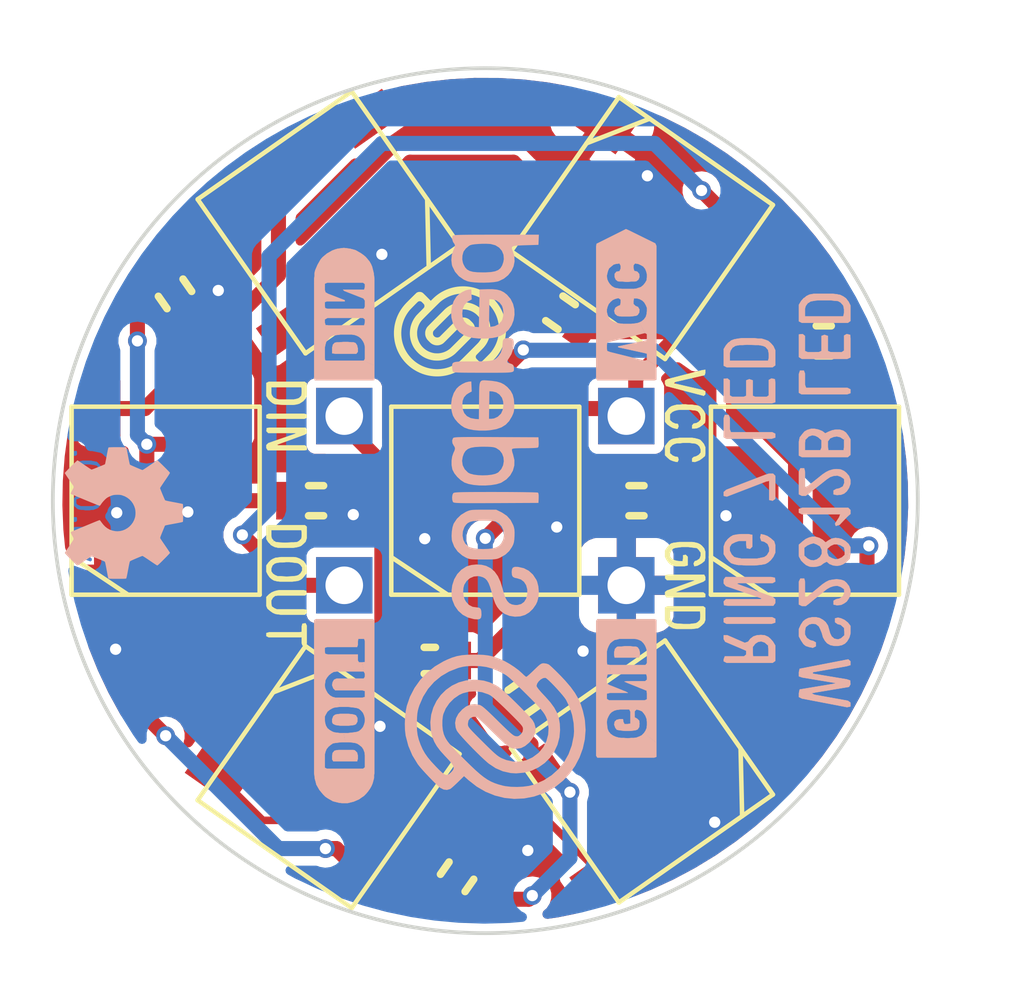
<source format=kicad_pcb>
(kicad_pcb (version 20210623) (generator pcbnew)
  (title_block (title "Smart LED WS2812B Ring7") (date "2021-07-26") (rev "V1.0.0.") (company "SOLDERED") (comment 1 "333055"))
  (layers (0 "F.Cu" signal) (31 "B.Cu" signal) (34 "B.Paste" user) (35 "F.Paste" user) (36 "B.SilkS" user "B.Silkscreen") (37 "F.SilkS" user "F.Silkscreen") (38 "B.Mask" user) (39 "F.Mask" user) (44 "Edge.Cuts" user))
  (net 0 "")
  (net 1 "VCC")
  (net 2 "GND")
  (net 3 "Net-(LED1-Pad2)")
  (net 4 "Net-(LED2-Pad2)")
  (net 5 "Net-(LED3-Pad2)")
  (net 6 "Net-(LED4-Pad2)")
  (net 7 "Net-(LED5-Pad2)")
  (net 8 "Net-(LED6-Pad2)")
  (net 9 "Net-(LED7-Pad2)")
  (net 10 "Net-(LED1-Pad4)")
  (net 11 "Net-(PAD2-Pad1)")
  (footprint "Soldered Graphics:Logo-Back-SolderedFULL-15mm" (layer "F.Cu") (at 111.76 108.93 -90)
    (fp_text reference "REF**" hide)
    (fp_text value "Logo-Front-SolderedFULL-15mm" hide)
  )
  (footprint "Soldered Graphics:Logo-Back-OSH-3.5mm" (layer "F.Cu") (at 101.89 108.83 -90)
    (fp_text reference "G***" hide)
    (fp_text value "LOGO" hide)
  )
  (footprint "e-radionica.com footprinti:WS2812B LED" (layer "F.Cu") (at 115.666666 101.25 145)
    (fp_text reference "LED7")
    (fp_text value "WS2812B")
    (pad "1" smd rect (at -2.45 -1.65 145) (size 1.5 0.9) (layers "F.Cu" "F.Paste" "F.Mask") (net 1 "VCC"))
    (pad "2" smd rect (at -2.45 1.65 145) (size 1.5 0.9) (layers "F.Cu" "F.Paste" "F.Mask") (net 9 "Net-(LED7-Pad2)"))
    (pad "3" smd rect (at 2.45 1.65 145) (size 1.5 0.9) (layers "F.Cu" "F.Paste" "F.Mask") (net 2 "GND"))
    (pad "4" smd rect (at 2.45 -1.65 145) (size 1.5 0.9) (layers "F.Cu" "F.Paste" "F.Mask") (net 8 "Net-(LED6-Pad2)"))
  )
  (footprint "e-radionica.com footprinti:0603C" (layer "F.Cu") (at 107 108.5)
    (fp_text reference "C5")
    (fp_text value "100n")
    (pad "1" smd rect locked (at -0.73 0) (size 0.66 1) (layers "F.Cu" "F.Paste" "F.Mask") (net 1 "VCC"))
    (pad "2" smd rect locked (at 0.73 0) (size 0.66 1) (layers "F.Cu" "F.Paste" "F.Mask") (net 2 "GND"))
  )
  (footprint "e-radionica.com footprinti:0603C" (layer "F.Cu") (at 103.25 103 -55)
    (fp_text reference "C6")
    (fp_text value "100n")
    (pad "1" smd rect locked (at -0.73 0 305) (size 0.66 1) (layers "F.Cu" "F.Paste" "F.Mask") (net 1 "VCC"))
    (pad "2" smd rect locked (at 0.73 0 305) (size 0.66 1) (layers "F.Cu" "F.Paste" "F.Mask") (net 2 "GND"))
  )
  (footprint "e-radionica.com footprinti:WS2812B LED" (layer "F.Cu") (at 115.66666 115.7 35)
    (fp_text reference "LED3")
    (fp_text value "WS2812B")
    (pad "1" smd rect (at -2.45 -1.65 35) (size 1.5 0.9) (layers "F.Cu" "F.Paste" "F.Mask") (net 1 "VCC"))
    (pad "2" smd rect (at -2.45 1.65 35) (size 1.5 0.9) (layers "F.Cu" "F.Paste" "F.Mask") (net 5 "Net-(LED3-Pad2)"))
    (pad "3" smd rect (at 2.45 1.65 35) (size 1.5 0.9) (layers "F.Cu" "F.Paste" "F.Mask") (net 2 "GND"))
    (pad "4" smd rect (at 2.45 -1.65 35) (size 1.5 0.9) (layers "F.Cu" "F.Paste" "F.Mask") (net 4 "Net-(LED2-Pad2)"))
  )
  (footprint "e-radionica.com footprinti:0603C" (layer "F.Cu") (at 120.5 104.25 180)
    (fp_text reference "C2")
    (fp_text value "100n")
    (pad "1" smd rect locked (at -0.73 0 180) (size 0.66 1) (layers "F.Cu" "F.Paste" "F.Mask") (net 1 "VCC"))
    (pad "2" smd rect locked (at 0.73 0 180) (size 0.66 1) (layers "F.Cu" "F.Paste" "F.Mask") (net 2 "GND"))
  )
  (footprint "e-radionica.com footprinti:FIDUCIAL_23" (layer "F.Cu") (at 115.66666 115.7 -90)
    (fp_text reference "FD1")
    (fp_text value "FIDUCIAL")
    (fp_circle (center 0 0) (end 1 0) (layer "F.Cu") (width 0.2) (fill none))
    (pad "1" smd circle (at 0 0 270) (size 1 1) (layers "F.Cu" "F.Paste" "F.Mask") (clearance 1.1))
  )
  (footprint "e-radionica.com footprinti:PAD_2x1.5" (layer "F.Cu") (at 115.5 110.75 -90)
    (fp_text reference "PAD4")
    (fp_text value "PAD_2x1.5")
    (pad "1" smd rect (at 0 0.25 270) (size 1.5 1.5) (layers "F.Cu" "F.Paste" "F.Mask") (net 2 "GND"))
  )
  (footprint "Soldered Graphics:Logo-Front-Soldered-3mm" (layer "F.Cu") (at 110.56 104 -90)
    (fp_text reference "G***" hide)
    (fp_text value "LOGO" hide)
  )
  (footprint "e-radionica.com footprinti:WS2812B LED" (layer "F.Cu") (at 120 108.5 -90)
    (fp_text reference "LED2")
    (fp_text value "WS2812B")
    (pad "1" smd rect (at -2.45 -1.65 270) (size 1.5 0.9) (layers "F.Cu" "F.Paste" "F.Mask") (net 1 "VCC"))
    (pad "2" smd rect (at -2.45 1.65 270) (size 1.5 0.9) (layers "F.Cu" "F.Paste" "F.Mask") (net 4 "Net-(LED2-Pad2)"))
    (pad "3" smd rect (at 2.45 1.65 270) (size 1.5 0.9) (layers "F.Cu" "F.Paste" "F.Mask") (net 2 "GND"))
    (pad "4" smd rect (at 2.45 -1.65 270) (size 1.5 0.9) (layers "F.Cu" "F.Paste" "F.Mask") (net 3 "Net-(LED1-Pad2)"))
  )
  (footprint "buzzardLabel" (layer "F.Cu") (at 116.8 106.25 -90)
    (fp_text reference "" (at 0 0 90) (layer "F.SilkS") (effects (font (size 1.27 1.27))))
    (fp_text value "" (at 0 0 90) (layer "F.SilkS") (effects (font (size 1.27 1.27))))
  )
  (footprint "e-radionica.com footprinti:PAD_2x1.5" (layer "F.Cu") (at 107.5 110.75 -90)
    (fp_text reference "PAD5")
    (fp_text value "PAD_2x1.5")
    (pad "1" smd rect (at 0 -0.25 270) (size 1.5 1.5) (layers "F.Cu" "F.Paste" "F.Mask") (net 9 "Net-(LED7-Pad2)"))
  )
  (footprint "e-radionica.com footprinti:PAD_2x1.5" (layer "F.Cu") (at 107.5 106.25 -90)
    (fp_text reference "PAD2")
    (fp_text value "PAD_2x1.5")
    (pad "1" smd rect (at 0 -0.25 270) (size 1.5 1.5) (layers "F.Cu" "F.Paste" "F.Mask") (net 11 "Net-(PAD2-Pad1)"))
  )
  (footprint "buzzardLabel" (layer "F.Cu") (at 106.2 110.75 -90)
    (fp_text reference "" (at 0 0 90) (layer "F.SilkS") (effects (font (size 1.27 1.27))))
    (fp_text value "" (at 0 0 90) (layer "F.SilkS") (effects (font (size 1.27 1.27))))
  )
  (footprint "e-radionica.com footprinti:0603C" (layer "F.Cu") (at 110.75 118.5 55)
    (fp_text reference "C4")
    (fp_text value "100n")
    (pad "1" smd rect locked (at -0.73 0 55) (size 0.66 1) (layers "F.Cu" "F.Paste" "F.Mask") (net 1 "VCC"))
    (pad "2" smd rect locked (at 0.73 0 55) (size 0.66 1) (layers "F.Cu" "F.Paste" "F.Mask") (net 2 "GND"))
  )
  (footprint "buzzardLabel" (layer "F.Cu") (at 116.8 110.75 -90)
    (fp_text reference "" (at 0 0 90) (layer "F.SilkS") (effects (font (size 1.27 1.27))))
    (fp_text value "" (at 0 0 90) (layer "F.SilkS") (effects (font (size 1.27 1.27))))
  )
  (footprint "e-radionica.com footprinti:WS2812B LED" (layer "F.Cu") (at 111.5 108.5 -90)
    (fp_text reference "LED1")
    (fp_text value "WS2812B")
    (pad "1" smd rect (at -2.45 -1.65 270) (size 1.5 0.9) (layers "F.Cu" "F.Paste" "F.Mask") (net 1 "VCC"))
    (pad "2" smd rect (at -2.45 1.65 270) (size 1.5 0.9) (layers "F.Cu" "F.Paste" "F.Mask") (net 3 "Net-(LED1-Pad2)"))
    (pad "3" smd rect (at 2.45 1.65 270) (size 1.5 0.9) (layers "F.Cu" "F.Paste" "F.Mask") (net 2 "GND"))
    (pad "4" smd rect (at 2.45 -1.65 270) (size 1.5 0.9) (layers "F.Cu" "F.Paste" "F.Mask") (net 10 "Net-(LED1-Pad4)"))
  )
  (footprint "e-radionica.com footprinti:0603C" (layer "F.Cu") (at 112.5 113.75 35)
    (fp_text reference "C3")
    (fp_text value "100n")
    (pad "1" smd rect locked (at -0.73 0 35) (size 0.66 1) (layers "F.Cu" "F.Paste" "F.Mask") (net 1 "VCC"))
    (pad "2" smd rect locked (at 0.73 0 35) (size 0.66 1) (layers "F.Cu" "F.Paste" "F.Mask") (net 2 "GND"))
  )
  (footprint "e-radionica.com footprinti:0603C" (layer "F.Cu") (at 113.5 103.5 145)
    (fp_text reference "C7")
    (fp_text value "100n")
    (pad "1" smd rect locked (at -0.73 0 145) (size 0.66 1) (layers "F.Cu" "F.Paste" "F.Mask") (net 1 "VCC"))
    (pad "2" smd rect locked (at 0.73 0 145) (size 0.66 1) (layers "F.Cu" "F.Paste" "F.Mask") (net 2 "GND"))
  )
  (footprint "e-radionica.com footprinti:0603C" (layer "F.Cu") (at 115.52 108.5)
    (fp_text reference "C1")
    (fp_text value "100n")
    (pad "1" smd rect locked (at -0.73 0) (size 0.66 1) (layers "F.Cu" "F.Paste" "F.Mask") (net 1 "VCC"))
    (pad "2" smd rect locked (at 0.73 0) (size 0.66 1) (layers "F.Cu" "F.Paste" "F.Mask") (net 2 "GND"))
  )
  (footprint "e-radionica.com footprinti:WS2812B LED" (layer "F.Cu") (at 107.33333 101.1 35)
    (fp_text reference "LED6")
    (fp_text value "WS2812B")
    (pad "1" smd rect (at -2.45 -1.65 35) (size 1.5 0.9) (layers "F.Cu" "F.Paste" "F.Mask") (net 1 "VCC"))
    (pad "2" smd rect (at -2.45 1.65 35) (size 1.5 0.9) (layers "F.Cu" "F.Paste" "F.Mask") (net 8 "Net-(LED6-Pad2)"))
    (pad "3" smd rect (at 2.45 1.65 35) (size 1.5 0.9) (layers "F.Cu" "F.Paste" "F.Mask") (net 2 "GND"))
    (pad "4" smd rect (at 2.45 -1.65 35) (size 1.5 0.9) (layers "F.Cu" "F.Paste" "F.Mask") (net 7 "Net-(LED5-Pad2)"))
  )
  (footprint "e-radionica.com footprinti:0603R" (layer "F.Cu") (at 110.025 112.75 180)
    (fp_text reference "R1")
    (fp_text value "100")
    (pad "1" smd rect locked (at -0.775 0 270) (size 1 0.64) (layers "F.Cu" "F.Paste" "F.Mask") (net 10 "Net-(LED1-Pad4)"))
    (pad "2" smd rect locked (at 0.775 0 270) (size 1 0.64) (layers "F.Cu" "F.Paste" "F.Mask") (net 11 "Net-(PAD2-Pad1)"))
  )
  (footprint "e-radionica.com footprinti:WS2812B LED" (layer "F.Cu") (at 103 108.5 -90)
    (fp_text reference "LED5")
    (fp_text value "WS2812B")
    (pad "1" smd rect (at -2.45 -1.65 270) (size 1.5 0.9) (layers "F.Cu" "F.Paste" "F.Mask") (net 1 "VCC"))
    (pad "2" smd rect (at -2.45 1.65 270) (size 1.5 0.9) (layers "F.Cu" "F.Paste" "F.Mask") (net 7 "Net-(LED5-Pad2)"))
    (pad "3" smd rect (at 2.45 1.65 270) (size 1.5 0.9) (layers "F.Cu" "F.Paste" "F.Mask") (net 2 "GND"))
    (pad "4" smd rect (at 2.45 -1.65 270) (size 1.5 0.9) (layers "F.Cu" "F.Paste" "F.Mask") (net 6 "Net-(LED4-Pad2)"))
  )
  (footprint "buzzardLabel" (layer "F.Cu") (at 106.2 106.25 -90)
    (fp_text reference "" (at 0 0 90) (layer "F.SilkS") (effects (font (size 1.27 1.27))))
    (fp_text value "" (at 0 0 90) (layer "F.SilkS") (effects (font (size 1.27 1.27))))
  )
  (footprint "e-radionica.com footprinti:PAD_2x1.5" (layer "F.Cu") (at 115.5 106.25 -90)
    (fp_text reference "PAD3")
    (fp_text value "PAD_2x1.5")
    (pad "1" smd rect (at 0 0.25 270) (size 1.5 1.5) (layers "F.Cu" "F.Paste" "F.Mask") (net 1 "VCC"))
  )
  (footprint "e-radionica.com footprinti:WS2812B LED" (layer "F.Cu") (at 107.333333 115.85 145)
    (fp_text reference "LED4")
    (fp_text value "WS2812B")
    (pad "1" smd rect (at -2.45 -1.65 145) (size 1.5 0.9) (layers "F.Cu" "F.Paste" "F.Mask") (net 1 "VCC"))
    (pad "2" smd rect (at -2.45 1.65 145) (size 1.5 0.9) (layers "F.Cu" "F.Paste" "F.Mask") (net 6 "Net-(LED4-Pad2)"))
    (pad "3" smd rect (at 2.45 1.65 145) (size 1.5 0.9) (layers "F.Cu" "F.Paste" "F.Mask") (net 2 "GND"))
    (pad "4" smd rect (at 2.45 -1.65 145) (size 1.5 0.9) (layers "F.Cu" "F.Paste" "F.Mask") (net 5 "Net-(LED3-Pad2)"))
  )
  (footprint "e-radionica.com footprinti:PAD_2x1.5" (layer "B.Cu") (at 115.5 110.75 90)
    (fp_text reference "PAD1")
    (fp_text value "PAD_2x1.5")
    (pad "1" smd rect (at 0 -0.25 90) (size 1.5 1.5) (layers "B.Cu" "B.Paste" "B.Mask") (net 2 "GND"))
  )
  (footprint "Soldered Graphics:Version1.0.0." (layer "B.Cu") (at 100.9 108.6 90)
    (fp_text reference "Ref**" hide)
    (fp_text value "Val**" hide)
    (fp_poly (pts (xy 0.06 -0.35) (xy 0.11 -0.35) (xy 0.17 -0.33) (xy 0.13 -0.28) (xy 0.03 -0.28) (xy -0.01 -0.25) (xy -0.03 -0.2) (xy -0.05 -0.15) (xy -0.05 -0.11) (xy -0.05 0.01) (xy -0.05 0.13) (xy -0.05 0.17) (xy -0.03 0.22) (xy -0.01 0.27) (xy 0.02 0.3) (xy 0.13 0.3) (xy 0.16 0.26) (xy 0.18 0.21) (xy 0.18 0.15) (xy 0.19 0.05) (xy 0.19 -0.08) (xy 0.19 -0.12) (xy 0.18 -0.17) (xy 0.16 -0.22) (xy 0.14 -0.27) (xy 0.14 -0.28) (xy 0.17 -0.32) (xy 0.21 -0.29) (xy 0.24 -0.26) (xy 0.26 -0.22) (xy 0.27 -0.16) (xy 0.28 -0.11) (xy 0.28 -0.06) (xy 0.28 0.06) (xy 0.28 0.12) (xy 0.27 0.17) (xy 0.26 0.22) (xy 0.25 0.27) (xy 0.22 0.3) (xy 0.19 0.34) (xy 0.13 0.37) (xy 0.08 0.38) (xy 0.02 0.38) (xy -0.03 0.35) (xy -0.08 0.31) (xy -0.1 0.28) (xy -0.12 0.23) (xy -0.14 0.18) (xy -0.14 0.13) (xy -0.15 0.08) (xy -0.15 -0.04) (xy -0.14 -0.1) (xy -0.14 -0.14) (xy -0.13 -0.2) (xy -0.11 -0.25) (xy -0.08 -0.28) (xy -0.05 -0.32) (xy 0.01 -0.35) (xy 0.06 -0.35)) (layer "B.Cu") (width 0.01) (fill solid))
    (fp_poly (pts (xy -0.44 -0.38) (xy -0.39 -0.38) (xy -0.34 -0.37) (xy -0.34 -0.33) (xy -0.34 -0.27) (xy -0.38 -0.26) (xy -0.43 -0.26) (xy -0.46 -0.29) (xy -0.46 -0.34) (xy -0.44 -0.38)) (layer "B.Cu") (width 0.01) (fill solid))
    (fp_poly (pts (xy 0.93 -0.35) (xy 0.99 -0.35) (xy 1.04 -0.33) (xy 1.01 -0.28) (xy 0.91 -0.28) (xy 0.87 -0.25) (xy 0.85 -0.2) (xy 0.83 -0.15) (xy 0.83 -0.11) (xy 0.82 0.01) (xy 0.83 0.13) (xy 0.83 0.17) (xy 0.84 0.22) (xy 0.87 0.27) (xy 0.9 0.3) (xy 1.01 0.3) (xy 1.04 0.26) (xy 1.05 0.21) (xy 1.06 0.15) (xy 1.07 0.05) (xy 1.07 -0.08) (xy 1.06 -0.12) (xy 1.06 -0.17) (xy 1.04 -0.22) (xy 1.02 -0.27) (xy 1.01 -0.28) (xy 1.05 -0.32) (xy 1.09 -0.29) (xy 1.12 -0.26) (xy 1.14 -0.22) (xy 1.15 -0.16) (xy 1.16 -0.11) (xy 1.16 -0.06) (xy 1.16 0.06) (xy 1.16 0.12) (xy 1.15 0.17) (xy 1.14 0.22) (xy 1.13 0.27) (xy 1.1 0.3) (xy 1.06 0.34) (xy 1.01 0.37) (xy 0.95 0.38) (xy 0.9 0.38) (xy 0.84 0.35) (xy 0.8 0.31) (xy 0.78 0.28) (xy 0.75 0.23) (xy 0.74 0.18) (xy 0.74 0.13) (xy 0.73 0.08) (xy 0.73 -0.04) (xy 0.73 -0.1) (xy 0.74 -0.14) (xy 0.75 -0.2) (xy 0.77 -0.25) (xy 0.79 -0.28) (xy 0.83 -0.32) (xy 0.89 -0.35) (xy 0.93 -0.35)) (layer "B.Cu") (width 0.01) (fill solid))
    (fp_poly (pts (xy 1.31 -0.38) (xy 1.36 -0.38) (xy 1.41 -0.37) (xy 1.42 -0.33) (xy 1.42 -0.27) (xy 1.38 -0.26) (xy 1.33 -0.26) (xy 1.3 -0.29) (xy 1.3 -0.34) (xy 1.31 -0.38)) (layer "B.Cu") (width 0.01) (fill solid))
    (fp_poly (pts (xy 0.43 -0.38) (xy 0.48 -0.38) (xy 0.54 -0.37) (xy 0.54 -0.33) (xy 0.54 -0.27) (xy 0.5 -0.26) (xy 0.45 -0.26) (xy 0.42 -0.29) (xy 0.42 -0.34) (xy 0.43 -0.38)) (layer "B.Cu") (width 0.01) (fill solid))
    (fp_poly (pts (xy -1.33 -0.35) (xy -1.27 -0.35) (xy -1.25 -0.31) (xy -1.09 0.1) (xy -1.11 0.13) (xy -1.16 0.13) (xy -1.19 0.1) (xy -1.28 -0.16) (xy -1.3 -0.21) (xy -1.32 -0.17) (xy -1.41 0.09) (xy -1.44 0.13) (xy -1.49 0.13) (xy -1.51 0.1) (xy -1.36 -0.31) (xy -1.33 -0.35)) (layer "B.Cu") (width 0.01) (fill solid))
    (fp_poly (pts (xy -0.67 -0.35) (xy -0.62 -0.35) (xy -0.6 -0.31) (xy -0.6 0.35) (xy -0.64 0.38) (xy -0.69 0.38) (xy -0.73 0.34) (xy -0.84 0.22) (xy -0.86 0.17) (xy -0.83 0.16) (xy -0.73 0.22) (xy -0.69 0.23) (xy -0.69 -0.31) (xy -0.67 -0.35)) (layer "B.Cu") (width 0.01) (fill solid))
  )
  (footprint "e-radionica.com footprinti:PAD_2x1.5" (layer "B.Cu") (at 107.75 106.25 90)
    (fp_text reference "PAD7")
    (fp_text value "PAD_2x1.5")
    (pad "1" smd rect (at 0 0 90) (size 1.5 1.5) (layers "B.Cu" "B.Paste" "B.Mask") (net 11 "Net-(PAD2-Pad1)"))
  )
  (footprint "buzzardLabel" (layer "B.Cu") (at 107.75 105.7 90)
    (fp_text reference "" (at 0 0 90) (layer "B.SilkS") (effects (font (size 1.27 1.27)) (justify mirror)))
    (fp_text value "" (at 0 0 90) (layer "B.SilkS") (effects (font (size 1.27 1.27)) (justify mirror)))
  )
  (footprint "e-radionica.com footprinti:PAD_2x1.5" (layer "B.Cu") (at 107.5 110.75 90)
    (fp_text reference "PAD8")
    (fp_text value "PAD_2x1.5")
    (pad "1" smd rect (at 0 0.25 90) (size 1.5 1.5) (layers "B.Cu" "B.Paste" "B.Mask") (net 9 "Net-(LED7-Pad2)"))
  )
  (footprint "buzzardLabel" (layer "B.Cu") (at 115.25 105.7 90)
    (fp_text reference "" (at 0 0 90) (layer "B.SilkS") (effects (font (size 1.27 1.27)) (justify mirror)))
    (fp_text value "" (at 0 0 90) (layer "B.SilkS") (effects (font (size 1.27 1.27)) (justify mirror)))
  )
  (footprint "buzzardLabel" (layer "B.Cu") (at 120.5 108.5 90)
    (fp_text reference "" (at 0 0 90) (layer "B.SilkS") (effects (font (size 1.27 1.27)) (justify mirror)))
    (fp_text value "" (at 0 0 90) (layer "B.SilkS") (effects (font (size 1.27 1.27)) (justify mirror)))
  )
  (footprint "buzzardLabel" (layer "B.Cu") (at 107.75 111.25 90)
    (fp_text reference "" (at 0 0 90) (layer "B.SilkS") (effects (font (size 1.27 1.27)) (justify mirror)))
    (fp_text value "" (at 0 0 90) (layer "B.SilkS") (effects (font (size 1.27 1.27)) (justify mirror)))
  )
  (footprint "buzzardLabel" (layer "B.Cu") (at 115.25 111.25 90)
    (fp_text reference "" (at 0 0 90) (layer "B.SilkS") (effects (font (size 1.27 1.27)) (justify mirror)))
    (fp_text value "" (at 0 0 90) (layer "B.SilkS") (effects (font (size 1.27 1.27)) (justify mirror)))
  )
  (footprint "e-radionica.com footprinti:PAD_2x1.5" (layer "B.Cu") (at 115.5 106.25 90)
    (fp_text reference "PAD6")
    (fp_text value "PAD_2x1.5")
    (pad "1" smd rect (at 0 -0.25 90) (size 1.5 1.5) (layers "B.Cu" "B.Paste" "B.Mask") (net 1 "VCC"))
  )
  (footprint "buzzardLabel" (layer "B.Cu") (at 118.5 108.5 90)
    (fp_text reference "" (at 0 0 90) (layer "B.SilkS") (effects (font (size 1.27 1.27)) (justify mirror)))
    (fp_text value "" (at 0 0 90) (layer "B.SilkS") (effects (font (size 1.27 1.27)) (justify mirror)))
  )
  (gr_circle (center 111.5 108.5) (end 111.5 120) (layer "Edge.Cuts") (width 0.1) (fill none))
  (segment (start 114.79 108.5) (end 114.25 108.5) (width 0.4) (layer "F.Cu") (net 1))
  (segment (start 112.713336 115.753661) (end 112.713336 114.980028) (width 0.4) (layer "F.Cu") (net 1))
  (segment (start 108.393854 118.606863) (end 109.840171 118.606863) (width 0.4) (layer "F.Cu") (net 1))
  (segment (start 121.65 104.67) (end 121.23 104.25) (width 0.4) (layer "F.Cu") (net 1))
  (segment (start 102.25 102.983308) (end 102.25 104.25) (width 0.4) (layer "F.Cu") (net 1))
  (segment (start 120.5 102.75) (end 121.23 103.48) (width 0.4) (layer "F.Cu") (net 1))
  (segment (start 110.331289 119.097981) (end 112.652019 119.097981) (width 0.4) (layer "F.Cu") (net 1))
  (segment (start 109.840171 118.606863) (end 110.331289 119.097981) (width 0.4) (layer "F.Cu") (net 1))
  (segment (start 114.125 108.375) (end 113.15 107.4) (width 0.4) (layer "F.Cu") (net 1))
  (segment (start 115.3 106.05) (end 115.5 106.25) (width 0.4) (layer "F.Cu") (net 1))
  (segment (start 115.5 106.25) (end 115.5 105.23405) (width 0.4) (layer "F.Cu") (net 1))
  (segment (start 102.5 107) (end 103.7 107) (width 0.4) (layer "F.Cu") (net 1))
  (segment (start 119.25 102.75) (end 120.5 102.75) (width 0.4) (layer "F.Cu") (net 1))
  (segment (start 121.23 103.48) (end 121.23 104.25) (width 0.4) (layer "F.Cu") (net 1))
  (segment (start 112.625 108.375) (end 111.5 109.5) (width 0.4) (layer "F.Cu") (net 1))
  (segment (start 114.125 108.375) (end 112.625 108.375) (width 0.4) (layer "F.Cu") (net 1))
  (segment (start 104.380006 101.153661) (end 104.079647 101.153661) (width 0.4) (layer "F.Cu") (net 1))
  (segment (start 114.186133 104.006863) (end 114.097981 103.918711) (width 0.4) (layer "F.Cu") (net 1))
  (segment (start 113.253661 115.753661) (end 113.75 116.25) (width 0.4) (layer "F.Cu") (net 1))
  (segment (start 103.7 107) (end 104.65 106.05) (width 0.4) (layer "F.Cu") (net 1))
  (segment (start 112.713336 115.753661) (end 113.253661 115.753661) (width 0.4) (layer "F.Cu") (net 1))
  (segment (start 102.831289 102.402019) (end 102.25 102.983308) (width 0.4) (layer "F.Cu") (net 1))
  (segment (start 121.65 106.05) (end 121.65 104.67) (width 0.4) (layer "F.Cu") (net 1))
  (segment (start 114.25 108.5) (end 114.125 108.375) (width 0.4) (layer "F.Cu") (net 1))
  (segment (start 117.993137 104.006863) (end 119.25 102.75) (width 0.4) (layer "F.Cu") (net 1))
  (segment (start 105 108.5) (end 106.27 108.5) (width 0.4) (layer "F.Cu") (net 1))
  (segment (start 113.15 107.4) (end 113.15 106.05) (width 0.4) (layer "F.Cu") (net 1))
  (segment (start 104.079647 101.153661) (end 102.831289 102.402019) (width 0.4) (layer "F.Cu") (net 1))
  (segment (start 116.727187 104.006863) (end 117.993137 104.006863) (width 0.4) (layer "F.Cu") (net 1))
  (segment (start 102.5 107) (end 102.5 114.25) (width 0.4) (layer "F.Cu") (net 1))
  (segment (start 107.536991 117.75) (end 108.393854 118.606863) (width 0.4) (layer "F.Cu") (net 1))
  (segment (start 104.65 106.05) (end 104.65 108.15) (width 0.4) (layer "F.Cu") (net 1))
  (segment (start 107.25 117.75) (end 107.536991 117.75) (width 0.4) (layer "F.Cu") (net 1))
  (segment (start 102.5 114.25) (end 103 114.75) (width 0.4) (layer "F.Cu") (net 1))
  (segment (start 112.652019 119.097981) (end 112.75 119) (width 0.4) (layer "F.Cu") (net 1))
  (segment (start 115.5 105.23405) (end 116.727187 104.006863) (width 0.4) (layer "F.Cu") (net 1))
  (segment (start 116.727187 104.006863) (end 114.186133 104.006863) (width 0.4) (layer "F.Cu") (net 1))
  (segment (start 113.15 106.05) (end 115.3 106.05) (width 0.4) (layer "F.Cu") (net 1))
  (segment (start 112.713336 114.980028) (end 111.902019 114.168711) (width 0.4) (layer "F.Cu") (net 1))
  (segment (start 104.65 108.15) (end 105 108.5) (width 0.4) (layer "F.Cu") (net 1))
  (via (at 103 114.75) (size 0.5) (drill 0.3) (layers "F.Cu" "B.Cu") (net 1))
  (via (at 102.5 107) (size 0.5) (drill 0.3) (layers "F.Cu" "B.Cu") (net 1))
  (via (at 102.25 104.25) (size 0.5) (drill 0.3) (layers "F.Cu" "B.Cu") (net 1))
  (via (at 111.5 109.5) (size 0.5) (drill 0.3) (layers "F.Cu" "B.Cu") (net 1))
  (via (at 107.25 117.75) (size 0.5) (drill 0.3) (layers "F.Cu" "B.Cu") (net 1))
  (via (at 113.75 116.25) (size 0.5) (drill 0.3) (layers "F.Cu" "B.Cu") (net 1))
  (via (at 112.75 119) (size 0.5) (drill 0.3) (layers "F.Cu" "B.Cu") (net 1))
  (via (at 115.25 106.25) (size 1.3) (drill 1) (layers "F.Cu" "B.Cu") (net 1))
  (segment (start 103 114.75) (end 106 117.75) (width 0.4) (layer "B.Cu") (net 1))
  (segment (start 102.25 104.25) (end 102.25 106.75) (width 0.4) (layer "B.Cu") (net 1))
  (segment (start 106 117.75) (end 107.25 117.75) (width 0.4) (layer "B.Cu") (net 1))
  (segment (start 111.5 109.5) (end 111.5 114) (width 0.4) (layer "B.Cu") (net 1))
  (segment (start 112.75 119) (end 113.75 118) (width 0.4) (layer "B.Cu") (net 1))
  (segment (start 102.25 106.75) (end 102.5 107) (width 0.4) (layer "B.Cu") (net 1))
  (segment (start 111.5 114) (end 113.75 116.25) (width 0.4) (layer "B.Cu") (net 1))
  (segment (start 113.75 118) (end 113.75 116.25) (width 0.4) (layer "B.Cu") (net 1))
  (via (at 108.75 101.95) (size 0.5) (drill 0.3) (layers "F.Cu" "B.Cu") (net 2))
  (via (at 115.81 99.86) (size 0.5) (drill 0.3) (layers "F.Cu" "B.Cu") (net 2))
  (via (at 113.4 109.2) (size 0.5) (drill 0.3) (layers "F.Cu" "B.Cu") (net 2))
  (via (at 101.67 112.45) (size 0.5) (drill 0.3) (layers "F.Cu" "B.Cu") (net 2))
  (via (at 117.6 117.05) (size 0.5) (drill 0.3) (layers "F.Cu" "B.Cu") (net 2))
  (via (at 108.7 114.5) (size 0.5) (drill 0.3) (layers "F.Cu" "B.Cu") (net 2))
  (via (at 104.4 102.91) (size 0.5) (drill 0.3) (layers "F.Cu" "B.Cu") (net 2))
  (via (at 107.99 108.87) (size 0.5) (drill 0.3) (layers "F.Cu" "B.Cu") (net 2))
  (via (at 101.7 108.82) (size 0.5) (drill 0.3) (layers "F.Cu" "B.Cu") (net 2))
  (via (at 117.9 108.9) (size 0.5) (drill 0.3) (layers "F.Cu" "B.Cu") (net 2))
  (via (at 109.89 109.51) (size 0.5) (drill 0.3) (layers "F.Cu" "B.Cu") (net 2))
  (via (at 114.1 112.5) (size 0.5) (drill 0.3) (layers "F.Cu" "B.Cu") (net 2))
  (via (at 103.59 108.8) (size 0.5) (drill 0.3) (layers "F.Cu" "B.Cu") (net 2))
  (via (at 115.25 110.75) (size 1.3) (drill 1) (layers "F.Cu" "B.Cu") (net 2))
  (via (at 112.63 117.8) (size 0.5) (drill 0.3) (layers "F.Cu" "B.Cu") (net 2))
  (segment (start 121.65 109.75) (end 121.65 110.95) (width 0.4) (layer "F.Cu") (net 3))
  (segment (start 121.7 109.7) (end 121.65 109.75) (width 0.4) (layer "F.Cu") (net 3))
  (segment (start 112.51 104.49) (end 110.95 106.05) (width 0.4) (layer "F.Cu") (net 3))
  (segment (start 110.95 106.05) (end 109.85 106.05) (width 0.4) (layer "F.Cu") (net 3))
  (via (at 112.51 104.49) (size 0.5) (drill 0.3) (layers "F.Cu" "B.Cu") (net 3))
  (via (at 121.7 109.7) (size 0.5) (drill 0.3) (layers "F.Cu" "B.Cu") (net 3))
  (segment (start 115.96912 104.5) (end 112.52 104.5) (width 0.4) (layer "B.Cu") (net 3))
  (segment (start 121.16912 109.7) (end 115.96912 104.5) (width 0.4) (layer "B.Cu") (net 3))
  (segment (start 112.52 104.5) (end 112.51 104.49) (width 0.4) (layer "B.Cu") (net 3))
  (segment (start 121.7 109.7) (end 121.16912 109.7) (width 0.4) (layer "B.Cu") (net 3))
  (segment (start 116.727181 112.943137) (end 119.306863 112.943137) (width 0.4) (layer "F.Cu") (net 4))
  (segment (start 119.75 107.45) (end 118.35 106.05) (width 0.4) (layer "F.Cu") (net 4))
  (segment (start 119.75 112.5) (end 119.75 107.45) (width 0.4) (layer "F.Cu") (net 4))
  (segment (start 119.306863 112.943137) (end 119.75 112.5) (width 0.4) (layer "F.Cu") (net 4))
  (segment (start 105.58367 117) (end 108.5 117) (width 0.2) (layer "F.Cu") (net 5))
  (segment (start 108.501982 117.001982) (end 113.151258 117.001982) (width 0.2) (layer "F.Cu") (net 5))
  (segment (start 104.380009 115.796339) (end 105.58367 117) (width 0.2) (layer "F.Cu") (net 5))
  (segment (start 108.5 117) (end 108.501982 117.001982) (width 0.2) (layer "F.Cu") (net 5))
  (segment (start 113.151258 117.001982) (end 114.606139 118.456863) (width 0.2) (layer "F.Cu") (net 5))
  (segment (start 110.190318 116) (end 110.286657 115.903661) (width 0.4) (layer "F.Cu") (net 6))
  (segment (start 104.65 110.95) (end 104.65 113.9) (width 0.4) (layer "F.Cu") (net 6))
  (segment (start 104.65 113.9) (end 106.75 116) (width 0.4) (layer "F.Cu") (net 6))
  (segment (start 106.75 116) (end 110.190318 116) (width 0.4) (layer "F.Cu") (net 6))
  (segment (start 108.393851 98.343137) (end 106 100.736988) (width 0.4) (layer "F.Cu") (net 7))
  (segment (start 102.45 106.05) (end 101.35 106.05) (width 0.4) (layer "F.Cu") (net 7))
  (segment (start 106 100.736988) (end 106 102.5) (width 0.4) (layer "F.Cu") (net 7))
  (segment (start 106 102.5) (end 102.45 106.05) (width 0.4) (layer "F.Cu") (net 7))
  (segment (start 106.272809 103.856863) (end 106.643137 103.856863) (width 0.4) (layer "F.Cu") (net 8))
  (segment (start 107 103.5) (end 107 102) (width 0.4) (layer "F.Cu") (net 8))
  (segment (start 107 103.5) (end 107 103.25) (width 0.4) (layer "F.Cu") (net 8))
  (segment (start 107 102) (end 109.5 99.5) (width 0.4) (layer "F.Cu") (net 8))
  (segment (start 109.5 99.5) (end 112.25 99.5) (width 0.4) (layer "F.Cu") (net 8))
  (segment (start 106.643137 103.856863) (end 107 103.5) (width 0.4) (layer "F.Cu") (net 8))
  (segment (start 112.25 99.5) (end 112.713342 99.963342) (width 0.4) (layer "F.Cu") (net 8))
  (segment (start 112.713342 99.963342) (end 112.713342 101.196339) (width 0.4) (layer "F.Cu") (net 8))
  (segment (start 118.303661 101.303661) (end 117.25 100.25) (width 0.4) (layer "F.Cu") (net 9))
  (segment (start 106.38 110.75) (end 107.5 110.75) (width 0.4) (layer "F.Cu") (net 9))
  (segment (start 105.04 109.41) (end 106.38 110.75) (width 0.4) (layer "F.Cu") (net 9))
  (segment (start 118.61999 101.303661) (end 118.303661 101.303661) (width 0.4) (layer "F.Cu") (net 9))
  (via (at 105.04 109.41) (size 0.5) (drill 0.3) (layers "F.Cu" "B.Cu") (net 9))
  (via (at 117.25 100.25) (size 0.5) (drill 0.3) (layers "F.Cu" "B.Cu") (net 9))
  (via (at 107.75 110.75) (size 1.3) (drill 1) (layers "F.Cu" "B.Cu") (net 9))
  (segment (start 116 99) (end 117.25 100.25) (width 0.4) (layer "B.Cu") (net 9))
  (segment (start 105.75 108.7) (end 105.75 102) (width 0.4) (layer "B.Cu") (net 9))
  (segment (start 108.75 99) (end 116 99) (width 0.4) (layer "B.Cu") (net 9))
  (segment (start 105.04 109.41) (end 105.75 108.7) (width 0.4) (layer "B.Cu") (net 9))
  (segment (start 105.75 102) (end 108.75 99) (width 0.4) (layer "B.Cu") (net 9))
  (segment (start 111.35 112.75) (end 113.15 110.95) (width 0.4) (layer "F.Cu") (net 10))
  (segment (start 110.8 112.75) (end 111.35 112.75) (width 0.4) (layer "F.Cu") (net 10))
  (segment (start 108.75 107.5) (end 108.75 112.25) (width 0.4) (layer "F.Cu") (net 11))
  (segment (start 107.5 106.25) (end 108.75 107.5) (width 0.4) (layer "F.Cu") (net 11))
  (segment (start 108.75 112.25) (end 109.25 112.75) (width 0.4) (layer "F.Cu") (net 11))
  (via (at 107.75 106.25) (size 1.3) (drill 1) (layers "F.Cu" "B.Cu") (net 11))
  (zone (net 2) (net_name "GND") (layer "F.Cu") (connect_pads (clearance 0.254)) (min_thickness 0.254) (fill yes (thermal_gap 0.508) (thermal_bridge_width 0.508))
    (polygon (pts (xy 100 120) (xy 100 97) (xy 123 97) (xy 123 120)))
  )
  (zone (net 2) (net_name "GND") (layer "B.Cu") (connect_pads (clearance 0.254)) (min_thickness 0.254) (fill yes (thermal_gap 0.508) (thermal_bridge_width 0.508))
    (polygon (pts (xy 123 120) (xy 100 120) (xy 100 97) (xy 123 97)))
  )
)
</source>
